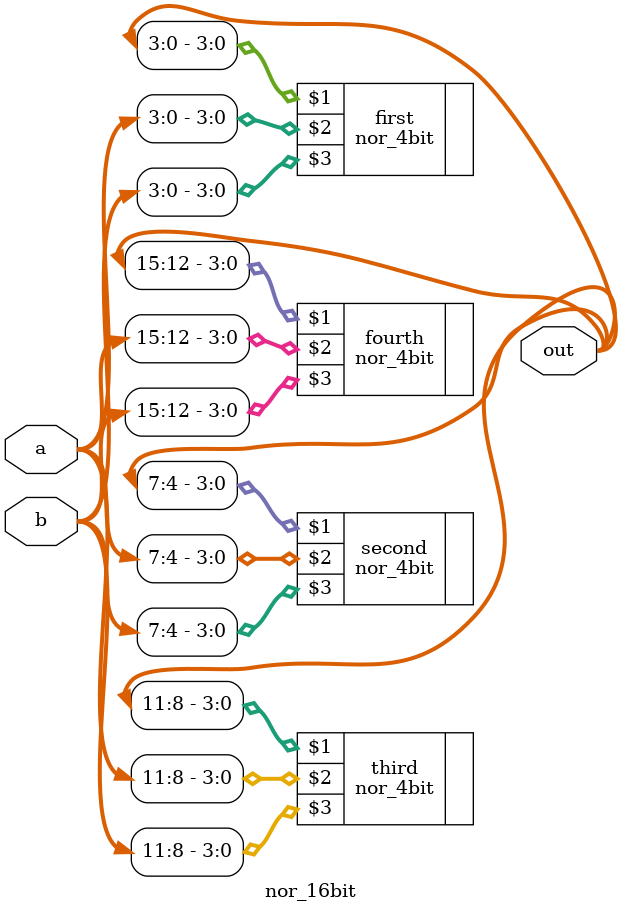
<source format=v>
module nor_16bit(output [16:0] out , input [16:0] a , input [16:0] b);
	nor_4bit first(out[3:0] , a[3:0] , b[3:0]);
	nor_4bit second(out[7:4] , a[7:4] , b[7:4]);
	nor_4bit third(out[11:8] , a[11:8] , b[11:8]);
	nor_4bit fourth(out[15:12] , a[15:12] , b[15:12]);
endmodule

</source>
